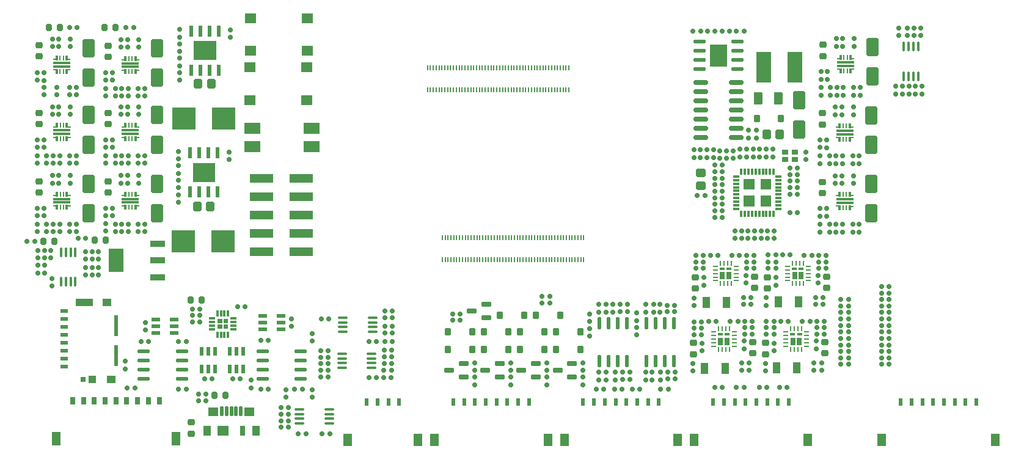
<source format=gbr>
G04*
G04 #@! TF.GenerationSoftware,Altium Limited,Altium Designer,24.9.1 (31)*
G04*
G04 Layer_Color=8421504*
%FSLAX44Y44*%
%MOMM*%
G71*
G04*
G04 #@! TF.SameCoordinates,11843470-2C0B-4DC8-9AB9-1888B6BF92CD*
G04*
G04*
G04 #@! TF.FilePolarity,Positive*
G04*
G01*
G75*
%ADD20R,1.2954X1.8542*%
%ADD21R,0.6604X1.0414*%
G04:AMPARAMS|DCode=22|XSize=0.9mm|YSize=0.95mm|CornerRadius=0.1mm|HoleSize=0mm|Usage=FLASHONLY|Rotation=0.000|XOffset=0mm|YOffset=0mm|HoleType=Round|Shape=RoundedRectangle|*
%AMROUNDEDRECTD22*
21,1,0.9000,0.7500,0,0,0.0*
21,1,0.7000,0.9500,0,0,0.0*
1,1,0.2000,0.3500,-0.3750*
1,1,0.2000,-0.3500,-0.3750*
1,1,0.2000,-0.3500,0.3750*
1,1,0.2000,0.3500,0.3750*
%
%ADD22ROUNDEDRECTD22*%
G04:AMPARAMS|DCode=23|XSize=0.2mm|YSize=0.7mm|CornerRadius=0.05mm|HoleSize=0mm|Usage=FLASHONLY|Rotation=180.000|XOffset=0mm|YOffset=0mm|HoleType=Round|Shape=RoundedRectangle|*
%AMROUNDEDRECTD23*
21,1,0.2000,0.6000,0,0,180.0*
21,1,0.1000,0.7000,0,0,180.0*
1,1,0.1000,-0.0500,0.3000*
1,1,0.1000,0.0500,0.3000*
1,1,0.1000,0.0500,-0.3000*
1,1,0.1000,-0.0500,-0.3000*
%
%ADD23ROUNDEDRECTD23*%
%ADD24R,0.3000X0.6500*%
%ADD25R,0.6500X0.2500*%
%ADD26R,0.2500X0.6500*%
%ADD27R,2.4000X0.3000*%
G04:AMPARAMS|DCode=28|XSize=0.26mm|YSize=0.84mm|CornerRadius=0.0325mm|HoleSize=0mm|Usage=FLASHONLY|Rotation=180.000|XOffset=0mm|YOffset=0mm|HoleType=Round|Shape=RoundedRectangle|*
%AMROUNDEDRECTD28*
21,1,0.2600,0.7750,0,0,180.0*
21,1,0.1950,0.8400,0,0,180.0*
1,1,0.0650,-0.0975,0.3875*
1,1,0.0650,0.0975,0.3875*
1,1,0.0650,0.0975,-0.3875*
1,1,0.0650,-0.0975,-0.3875*
%
%ADD28ROUNDEDRECTD28*%
G04:AMPARAMS|DCode=29|XSize=0.84mm|YSize=0.26mm|CornerRadius=0.0325mm|HoleSize=0mm|Usage=FLASHONLY|Rotation=180.000|XOffset=0mm|YOffset=0mm|HoleType=Round|Shape=RoundedRectangle|*
%AMROUNDEDRECTD29*
21,1,0.8400,0.1950,0,0,180.0*
21,1,0.7750,0.2600,0,0,180.0*
1,1,0.0650,-0.3875,0.0975*
1,1,0.0650,0.3875,0.0975*
1,1,0.0650,0.3875,-0.0975*
1,1,0.0650,-0.3875,-0.0975*
%
%ADD29ROUNDEDRECTD29*%
G04:AMPARAMS|DCode=30|XSize=0.95mm|YSize=0.85mm|CornerRadius=0.2125mm|HoleSize=0mm|Usage=FLASHONLY|Rotation=180.000|XOffset=0mm|YOffset=0mm|HoleType=Round|Shape=RoundedRectangle|*
%AMROUNDEDRECTD30*
21,1,0.9500,0.4250,0,0,180.0*
21,1,0.5250,0.8500,0,0,180.0*
1,1,0.4250,-0.2625,0.2125*
1,1,0.4250,0.2625,0.2125*
1,1,0.4250,0.2625,-0.2125*
1,1,0.4250,-0.2625,-0.2125*
%
%ADD30ROUNDEDRECTD30*%
G04:AMPARAMS|DCode=31|XSize=1.65mm|YSize=2.55mm|CornerRadius=0.25mm|HoleSize=0mm|Usage=FLASHONLY|Rotation=180.000|XOffset=0mm|YOffset=0mm|HoleType=Round|Shape=RoundedRectangle|*
%AMROUNDEDRECTD31*
21,1,1.6500,2.0500,0,0,180.0*
21,1,1.1500,2.5500,0,0,180.0*
1,1,0.5000,-0.5750,1.0250*
1,1,0.5000,0.5750,1.0250*
1,1,0.5000,0.5750,-1.0250*
1,1,0.5000,-0.5750,-1.0250*
%
%ADD31ROUNDEDRECTD31*%
G04:AMPARAMS|DCode=32|XSize=0.95mm|YSize=0.85mm|CornerRadius=0.2125mm|HoleSize=0mm|Usage=FLASHONLY|Rotation=270.000|XOffset=0mm|YOffset=0mm|HoleType=Round|Shape=RoundedRectangle|*
%AMROUNDEDRECTD32*
21,1,0.9500,0.4250,0,0,270.0*
21,1,0.5250,0.8500,0,0,270.0*
1,1,0.4250,-0.2125,-0.2625*
1,1,0.4250,-0.2125,0.2625*
1,1,0.4250,0.2125,0.2625*
1,1,0.4250,0.2125,-0.2625*
%
%ADD32ROUNDEDRECTD32*%
%ADD33R,2.1600X1.5200*%
G04:AMPARAMS|DCode=34|XSize=1.6mm|YSize=1.4mm|CornerRadius=0.007mm|HoleSize=0mm|Usage=FLASHONLY|Rotation=0.000|XOffset=0mm|YOffset=0mm|HoleType=Round|Shape=RoundedRectangle|*
%AMROUNDEDRECTD34*
21,1,1.6000,1.3860,0,0,0.0*
21,1,1.5860,1.4000,0,0,0.0*
1,1,0.0140,0.7930,-0.6930*
1,1,0.0140,-0.7930,-0.6930*
1,1,0.0140,-0.7930,0.6930*
1,1,0.0140,0.7930,0.6930*
%
%ADD34ROUNDEDRECTD34*%
%ADD35R,0.6000X1.5500*%
G04:AMPARAMS|DCode=36|XSize=1.2mm|YSize=1.3mm|CornerRadius=0.25mm|HoleSize=0mm|Usage=FLASHONLY|Rotation=180.000|XOffset=0mm|YOffset=0mm|HoleType=Round|Shape=RoundedRectangle|*
%AMROUNDEDRECTD36*
21,1,1.2000,0.8000,0,0,180.0*
21,1,0.7000,1.3000,0,0,180.0*
1,1,0.5000,-0.3500,0.4000*
1,1,0.5000,0.3500,0.4000*
1,1,0.5000,0.3500,-0.4000*
1,1,0.5000,-0.3500,-0.4000*
%
%ADD36ROUNDEDRECTD36*%
%ADD37R,3.3000X3.1500*%
%ADD38O,0.3500X1.4000*%
%ADD39R,2.1500X0.9500*%
%ADD40R,2.1500X3.2500*%
%ADD41R,0.5588X2.9210*%
%ADD42R,0.9906X0.5080*%
%ADD43R,0.7874X0.7112*%
%ADD44R,1.0922X1.0414*%
%ADD45R,1.1938X1.0414*%
%ADD46R,2.3876X1.0414*%
G04:AMPARAMS|DCode=47|XSize=1.64mm|YSize=0.59mm|CornerRadius=0.1475mm|HoleSize=0mm|Usage=FLASHONLY|Rotation=180.000|XOffset=0mm|YOffset=0mm|HoleType=Round|Shape=RoundedRectangle|*
%AMROUNDEDRECTD47*
21,1,1.6400,0.2950,0,0,180.0*
21,1,1.3450,0.5900,0,0,180.0*
1,1,0.2950,-0.6725,0.1475*
1,1,0.2950,0.6725,0.1475*
1,1,0.2950,0.6725,-0.1475*
1,1,0.2950,-0.6725,-0.1475*
%
%ADD47ROUNDEDRECTD47*%
G04:AMPARAMS|DCode=48|XSize=1.21mm|YSize=0.59mm|CornerRadius=0.0738mm|HoleSize=0mm|Usage=FLASHONLY|Rotation=180.000|XOffset=0mm|YOffset=0mm|HoleType=Round|Shape=RoundedRectangle|*
%AMROUNDEDRECTD48*
21,1,1.2100,0.4425,0,0,180.0*
21,1,1.0625,0.5900,0,0,180.0*
1,1,0.1475,-0.5313,0.2213*
1,1,0.1475,0.5313,0.2213*
1,1,0.1475,0.5313,-0.2213*
1,1,0.1475,-0.5313,-0.2213*
%
%ADD48ROUNDEDRECTD48*%
G04:AMPARAMS|DCode=49|XSize=0.83mm|YSize=0.26mm|CornerRadius=0.0091mm|HoleSize=0mm|Usage=FLASHONLY|Rotation=270.000|XOffset=0mm|YOffset=0mm|HoleType=Round|Shape=RoundedRectangle|*
%AMROUNDEDRECTD49*
21,1,0.8300,0.2418,0,0,270.0*
21,1,0.8118,0.2600,0,0,270.0*
1,1,0.0182,-0.1209,-0.4059*
1,1,0.0182,-0.1209,0.4059*
1,1,0.0182,0.1209,0.4059*
1,1,0.0182,0.1209,-0.4059*
%
%ADD49ROUNDEDRECTD49*%
G04:AMPARAMS|DCode=50|XSize=0.26mm|YSize=0.83mm|CornerRadius=0.0091mm|HoleSize=0mm|Usage=FLASHONLY|Rotation=270.000|XOffset=0mm|YOffset=0mm|HoleType=Round|Shape=RoundedRectangle|*
%AMROUNDEDRECTD50*
21,1,0.2600,0.8118,0,0,270.0*
21,1,0.2418,0.8300,0,0,270.0*
1,1,0.0182,-0.4059,-0.1209*
1,1,0.0182,-0.4059,0.1209*
1,1,0.0182,0.4059,0.1209*
1,1,0.0182,0.4059,-0.1209*
%
%ADD50ROUNDEDRECTD50*%
G04:AMPARAMS|DCode=51|XSize=1.21mm|YSize=0.59mm|CornerRadius=0.0738mm|HoleSize=0mm|Usage=FLASHONLY|Rotation=270.000|XOffset=0mm|YOffset=0mm|HoleType=Round|Shape=RoundedRectangle|*
%AMROUNDEDRECTD51*
21,1,1.2100,0.4425,0,0,270.0*
21,1,1.0625,0.5900,0,0,270.0*
1,1,0.1475,-0.2213,-0.5313*
1,1,0.1475,-0.2213,0.5313*
1,1,0.1475,0.2213,0.5313*
1,1,0.1475,0.2213,-0.5313*
%
%ADD51ROUNDEDRECTD51*%
G04:AMPARAMS|DCode=52|XSize=0.4572mm|YSize=1.3716mm|CornerRadius=0.1143mm|HoleSize=0mm|Usage=FLASHONLY|Rotation=0.000|XOffset=0mm|YOffset=0mm|HoleType=Round|Shape=RoundedRectangle|*
%AMROUNDEDRECTD52*
21,1,0.4572,1.1430,0,0,0.0*
21,1,0.2286,1.3716,0,0,0.0*
1,1,0.2286,0.1143,-0.5715*
1,1,0.2286,-0.1143,-0.5715*
1,1,0.2286,-0.1143,0.5715*
1,1,0.2286,0.1143,0.5715*
%
%ADD52ROUNDEDRECTD52*%
%ADD53R,1.1000X1.4000*%
%ADD54R,1.3494X1.2224*%
%ADD55R,1.6000X1.4000*%
%ADD56R,0.8000X1.4000*%
%ADD57O,1.4000X0.3500*%
G04:AMPARAMS|DCode=58|XSize=1.32mm|YSize=0.6mm|CornerRadius=0.075mm|HoleSize=0mm|Usage=FLASHONLY|Rotation=180.000|XOffset=0mm|YOffset=0mm|HoleType=Round|Shape=RoundedRectangle|*
%AMROUNDEDRECTD58*
21,1,1.3200,0.4500,0,0,180.0*
21,1,1.1700,0.6000,0,0,180.0*
1,1,0.1500,-0.5850,0.2250*
1,1,0.1500,0.5850,0.2250*
1,1,0.1500,0.5850,-0.2250*
1,1,0.1500,-0.5850,-0.2250*
%
%ADD58ROUNDEDRECTD58*%
G04:AMPARAMS|DCode=59|XSize=1.64mm|YSize=0.59mm|CornerRadius=0.1475mm|HoleSize=0mm|Usage=FLASHONLY|Rotation=90.000|XOffset=0mm|YOffset=0mm|HoleType=Round|Shape=RoundedRectangle|*
%AMROUNDEDRECTD59*
21,1,1.6400,0.2950,0,0,90.0*
21,1,1.3450,0.5900,0,0,90.0*
1,1,0.2950,0.1475,0.6725*
1,1,0.2950,0.1475,-0.6725*
1,1,0.2950,-0.1475,-0.6725*
1,1,0.2950,-0.1475,0.6725*
%
%ADD59ROUNDEDRECTD59*%
G04:AMPARAMS|DCode=60|XSize=0.65mm|YSize=0.6mm|CornerRadius=0.15mm|HoleSize=0mm|Usage=FLASHONLY|Rotation=90.000|XOffset=0mm|YOffset=0mm|HoleType=Round|Shape=RoundedRectangle|*
%AMROUNDEDRECTD60*
21,1,0.6500,0.3000,0,0,90.0*
21,1,0.3500,0.6000,0,0,90.0*
1,1,0.3000,0.1500,0.1750*
1,1,0.3000,0.1500,-0.1750*
1,1,0.3000,-0.1500,-0.1750*
1,1,0.3000,-0.1500,0.1750*
%
%ADD60ROUNDEDRECTD60*%
%ADD61R,0.6000X1.0000*%
%ADD62R,1.2500X1.8000*%
%ADD63R,0.6500X0.2286*%
%ADD64R,0.7000X1.0000*%
%ADD65R,0.6500X0.3000*%
G04:AMPARAMS|DCode=66|XSize=0.65mm|YSize=0.6mm|CornerRadius=0.15mm|HoleSize=0mm|Usage=FLASHONLY|Rotation=180.000|XOffset=0mm|YOffset=0mm|HoleType=Round|Shape=RoundedRectangle|*
%AMROUNDEDRECTD66*
21,1,0.6500,0.3000,0,0,180.0*
21,1,0.3500,0.6000,0,0,180.0*
1,1,0.3000,-0.1750,0.1500*
1,1,0.3000,0.1750,0.1500*
1,1,0.3000,0.1750,-0.1500*
1,1,0.3000,-0.1750,-0.1500*
%
%ADD66ROUNDEDRECTD66*%
%ADD67R,1.0000X1.5000*%
G04:AMPARAMS|DCode=68|XSize=1.2mm|YSize=1.3mm|CornerRadius=0.25mm|HoleSize=0mm|Usage=FLASHONLY|Rotation=270.000|XOffset=0mm|YOffset=0mm|HoleType=Round|Shape=RoundedRectangle|*
%AMROUNDEDRECTD68*
21,1,1.2000,0.8000,0,0,270.0*
21,1,0.7000,1.3000,0,0,270.0*
1,1,0.5000,-0.4000,-0.3500*
1,1,0.5000,-0.4000,0.3500*
1,1,0.5000,0.4000,0.3500*
1,1,0.5000,0.4000,-0.3500*
%
%ADD68ROUNDEDRECTD68*%
G04:AMPARAMS|DCode=69|XSize=1.97mm|YSize=0.6mm|CornerRadius=0.15mm|HoleSize=0mm|Usage=FLASHONLY|Rotation=180.000|XOffset=0mm|YOffset=0mm|HoleType=Round|Shape=RoundedRectangle|*
%AMROUNDEDRECTD69*
21,1,1.9700,0.3000,0,0,180.0*
21,1,1.6700,0.6000,0,0,180.0*
1,1,0.3000,-0.8350,0.1500*
1,1,0.3000,0.8350,0.1500*
1,1,0.3000,0.8350,-0.1500*
1,1,0.3000,-0.8350,-0.1500*
%
%ADD69ROUNDEDRECTD69*%
%ADD70R,2.3990X3.0848*%
G04:AMPARAMS|DCode=71|XSize=1.75mm|YSize=1.25mm|CornerRadius=0.25mm|HoleSize=0mm|Usage=FLASHONLY|Rotation=90.000|XOffset=0mm|YOffset=0mm|HoleType=Round|Shape=RoundedRectangle|*
%AMROUNDEDRECTD71*
21,1,1.7500,0.7500,0,0,90.0*
21,1,1.2500,1.2500,0,0,90.0*
1,1,0.5000,0.3750,0.6250*
1,1,0.5000,0.3750,-0.6250*
1,1,0.5000,-0.3750,-0.6250*
1,1,0.5000,-0.3750,0.6250*
%
%ADD71ROUNDEDRECTD71*%
%ADD72R,0.8500X0.7500*%
%ADD73R,2.0000X4.2000*%
%ADD74R,3.1750X1.2700*%
G36*
X319000Y543000D02*
X288000D01*
Y569000D01*
X319000D01*
Y543000D01*
D02*
G37*
G36*
X317500Y374000D02*
X286500D01*
Y400000D01*
X317500D01*
Y374000D01*
D02*
G37*
G36*
X1087850Y363250D02*
X1073250D01*
Y377850D01*
X1087850D01*
Y363250D01*
D02*
G37*
G36*
X1064750D02*
X1050150D01*
Y377850D01*
X1064750D01*
Y363250D01*
D02*
G37*
G36*
X1087850Y340150D02*
X1073250D01*
Y354750D01*
X1087850D01*
Y340150D01*
D02*
G37*
G36*
X1064750D02*
X1050150D01*
Y354750D01*
X1064750D01*
Y340150D01*
D02*
G37*
G36*
X334850Y177850D02*
X328851D01*
Y183855D01*
X334850D01*
Y177850D01*
D02*
G37*
G36*
X327150D02*
X321150D01*
Y183850D01*
X327150D01*
Y177850D01*
D02*
G37*
G36*
X334850Y170150D02*
X328851D01*
Y176149D01*
X334850D01*
Y170150D01*
D02*
G37*
G36*
X327150D02*
X321141D01*
Y176149D01*
X327150D01*
Y170150D01*
D02*
G37*
D20*
X96950Y18520D02*
D03*
X263050D02*
D03*
D21*
X240000Y70420D02*
D03*
X225000D02*
D03*
X210000D02*
D03*
X195000D02*
D03*
X180000D02*
D03*
X165000D02*
D03*
X150000D02*
D03*
X135000D02*
D03*
X120000D02*
D03*
D22*
X640200Y166000D02*
D03*
X673810Y165968D02*
D03*
X762190Y189032D02*
D03*
X795800Y189000D02*
D03*
X745810Y188968D02*
D03*
X712200Y189000D02*
D03*
X790200Y142000D02*
D03*
X823811Y141968D02*
D03*
X790200Y166000D02*
D03*
X823810Y165968D02*
D03*
X740200Y166000D02*
D03*
X773810Y165968D02*
D03*
X740200Y142000D02*
D03*
X773811Y141968D02*
D03*
X690200Y142000D02*
D03*
X723811Y141968D02*
D03*
X690200Y166000D02*
D03*
X723811Y165968D02*
D03*
X640200Y142000D02*
D03*
X673811Y141968D02*
D03*
X1068200Y462000D02*
D03*
X1101811Y461968D02*
D03*
D23*
X787790Y501400D02*
D03*
X707790D02*
D03*
X703790D02*
D03*
X695790D02*
D03*
X691790D02*
D03*
X683790D02*
D03*
X679790D02*
D03*
X663790Y532200D02*
D03*
X659790D02*
D03*
X711790D02*
D03*
X783790Y501400D02*
D03*
X611790D02*
D03*
X615790D02*
D03*
X619790D02*
D03*
X623790D02*
D03*
X643790D02*
D03*
X647790D02*
D03*
X655790D02*
D03*
X659790D02*
D03*
X631790D02*
D03*
X635790D02*
D03*
X759790D02*
D03*
X719790D02*
D03*
X723790D02*
D03*
X743790Y532200D02*
D03*
X747790D02*
D03*
X735790D02*
D03*
X739790D02*
D03*
X731790D02*
D03*
X727790D02*
D03*
X715790D02*
D03*
X719790D02*
D03*
X703790D02*
D03*
X699790D02*
D03*
X695790D02*
D03*
X691790D02*
D03*
X747790Y501400D02*
D03*
X743790D02*
D03*
X731790D02*
D03*
X727790D02*
D03*
X635790Y532200D02*
D03*
X631790D02*
D03*
X623790D02*
D03*
X619790D02*
D03*
X643790D02*
D03*
X639790D02*
D03*
X615790D02*
D03*
X611790D02*
D03*
X655790D02*
D03*
X651790D02*
D03*
X683790D02*
D03*
X679790D02*
D03*
X675790D02*
D03*
X671790D02*
D03*
Y501400D02*
D03*
X667790D02*
D03*
X799790Y532200D02*
D03*
X795790D02*
D03*
X791790D02*
D03*
X787790D02*
D03*
X775790Y501400D02*
D03*
X779790Y532200D02*
D03*
X767790D02*
D03*
X771790D02*
D03*
X763790Y501400D02*
D03*
X767790D02*
D03*
X755790D02*
D03*
Y532200D02*
D03*
X759790D02*
D03*
X779790Y501400D02*
D03*
X775790Y532200D02*
D03*
X763790D02*
D03*
X723790D02*
D03*
X627790D02*
D03*
X647790D02*
D03*
X667790D02*
D03*
X783790D02*
D03*
X751790D02*
D03*
X687790D02*
D03*
X791790Y501400D02*
D03*
X803790D02*
D03*
X795790D02*
D03*
X807790Y532200D02*
D03*
X803790D02*
D03*
X807790Y501400D02*
D03*
X799790D02*
D03*
X735790D02*
D03*
X739790D02*
D03*
X687790D02*
D03*
X699790D02*
D03*
X715790D02*
D03*
X675790D02*
D03*
X627790D02*
D03*
X639790D02*
D03*
X651790D02*
D03*
X663790D02*
D03*
X771790D02*
D03*
X751790D02*
D03*
X711790D02*
D03*
X707790Y532200D02*
D03*
X728250Y296900D02*
D03*
X732250Y266100D02*
D03*
X772250D02*
D03*
X792250D02*
D03*
X684250D02*
D03*
X672250D02*
D03*
X660250D02*
D03*
X648250D02*
D03*
X696250D02*
D03*
X736250D02*
D03*
X720250D02*
D03*
X708250D02*
D03*
X760250D02*
D03*
X756250D02*
D03*
X820250D02*
D03*
X828250D02*
D03*
X824250Y296900D02*
D03*
X828250D02*
D03*
X816250Y266100D02*
D03*
X824250D02*
D03*
X812250D02*
D03*
X708250Y296900D02*
D03*
X772250D02*
D03*
X804250D02*
D03*
X688250D02*
D03*
X668250D02*
D03*
X648250D02*
D03*
X744250D02*
D03*
X784250D02*
D03*
X796250D02*
D03*
X800250Y266100D02*
D03*
X780250Y296900D02*
D03*
X776250D02*
D03*
Y266100D02*
D03*
X788250D02*
D03*
X784250D02*
D03*
X792250Y296900D02*
D03*
X788250D02*
D03*
X800250D02*
D03*
X796250Y266100D02*
D03*
X808250Y296900D02*
D03*
X812250D02*
D03*
X816250D02*
D03*
X820250D02*
D03*
X688250Y266100D02*
D03*
X692250D02*
D03*
Y296900D02*
D03*
X696250D02*
D03*
X700250D02*
D03*
X704250D02*
D03*
X672250D02*
D03*
X676250D02*
D03*
X632250D02*
D03*
X636250D02*
D03*
X660250D02*
D03*
X664250D02*
D03*
X640250D02*
D03*
X644250D02*
D03*
X652250D02*
D03*
X656250D02*
D03*
X748250Y266100D02*
D03*
X752250D02*
D03*
X764250D02*
D03*
X768250D02*
D03*
X712250Y296900D02*
D03*
X716250D02*
D03*
X720250D02*
D03*
X724250D02*
D03*
X740250D02*
D03*
X736250D02*
D03*
X748250D02*
D03*
X752250D02*
D03*
X760250D02*
D03*
X756250D02*
D03*
X768250D02*
D03*
X764250D02*
D03*
X744250Y266100D02*
D03*
X740250D02*
D03*
X780250D02*
D03*
X656250D02*
D03*
X652250D02*
D03*
X680250D02*
D03*
X676250D02*
D03*
X668250D02*
D03*
X664250D02*
D03*
X644250D02*
D03*
X640250D02*
D03*
X636250D02*
D03*
X632250D02*
D03*
X804250D02*
D03*
X732250Y296900D02*
D03*
X680250D02*
D03*
X684250D02*
D03*
X700250Y266100D02*
D03*
X704250D02*
D03*
X712250D02*
D03*
X716250D02*
D03*
X724250D02*
D03*
X728250D02*
D03*
X808250D02*
D03*
D24*
X1184250Y528029D02*
D03*
X1198250Y528000D02*
D03*
Y546499D02*
D03*
X1184250D02*
D03*
X193080Y526618D02*
D03*
X207080Y526589D02*
D03*
Y545088D02*
D03*
X193080D02*
D03*
X207080Y338588D02*
D03*
Y357088D02*
D03*
X193080D02*
D03*
Y338617D02*
D03*
X112080Y338588D02*
D03*
X98080Y338617D02*
D03*
X112080Y357088D02*
D03*
X98080D02*
D03*
X207080Y433588D02*
D03*
X193080Y433617D02*
D03*
X207080Y452088D02*
D03*
X193080D02*
D03*
X98080Y433617D02*
D03*
X112080Y433588D02*
D03*
Y452088D02*
D03*
X98080D02*
D03*
X112010Y527241D02*
D03*
Y545741D02*
D03*
X98011D02*
D03*
Y527270D02*
D03*
X1183000Y433270D02*
D03*
X1197000Y451741D02*
D03*
Y433241D02*
D03*
X1183000Y451741D02*
D03*
X1183011Y338270D02*
D03*
X1197011Y356740D02*
D03*
Y338241D02*
D03*
X1183011Y356740D02*
D03*
D25*
X1182500Y530029D02*
D03*
X1200000Y530000D02*
D03*
Y544500D02*
D03*
X1182500Y544499D02*
D03*
X191330Y528618D02*
D03*
X208830Y528588D02*
D03*
Y543088D02*
D03*
X191330D02*
D03*
X208830Y340588D02*
D03*
Y355088D02*
D03*
X191330D02*
D03*
Y340617D02*
D03*
X113830Y340588D02*
D03*
X96330Y340617D02*
D03*
X113830Y355088D02*
D03*
X96330D02*
D03*
X208830Y435588D02*
D03*
X191330Y435617D02*
D03*
X208830Y450088D02*
D03*
X191330D02*
D03*
X96330Y435617D02*
D03*
X113830Y435588D02*
D03*
Y450088D02*
D03*
X96330D02*
D03*
X113761Y529241D02*
D03*
Y543741D02*
D03*
X96260Y543740D02*
D03*
Y529270D02*
D03*
X1008250Y166000D02*
D03*
Y161000D02*
D03*
Y156000D02*
D03*
Y151000D02*
D03*
Y146000D02*
D03*
X1036750D02*
D03*
Y151000D02*
D03*
Y161000D02*
D03*
Y166000D02*
D03*
X1108250D02*
D03*
Y161000D02*
D03*
Y156000D02*
D03*
Y151000D02*
D03*
Y146000D02*
D03*
X1136750D02*
D03*
Y151000D02*
D03*
Y161000D02*
D03*
Y166000D02*
D03*
X1039251Y257000D02*
D03*
Y252000D02*
D03*
Y242000D02*
D03*
Y237000D02*
D03*
X1010751D02*
D03*
Y242000D02*
D03*
Y247000D02*
D03*
Y252000D02*
D03*
Y257000D02*
D03*
X1139251D02*
D03*
Y252000D02*
D03*
Y242000D02*
D03*
Y237000D02*
D03*
X1110751D02*
D03*
Y242000D02*
D03*
Y247000D02*
D03*
Y252000D02*
D03*
Y257000D02*
D03*
X1181250Y435271D02*
D03*
Y449741D02*
D03*
X1198750Y449741D02*
D03*
Y435241D02*
D03*
X1181261Y340270D02*
D03*
Y354740D02*
D03*
X1198761Y354740D02*
D03*
Y340241D02*
D03*
D26*
X1193498Y528000D02*
D03*
X1189007Y528030D02*
D03*
Y546499D02*
D03*
X1193498D02*
D03*
X197836Y545088D02*
D03*
X202328Y526589D02*
D03*
X197836Y526618D02*
D03*
X202328Y545088D02*
D03*
Y338588D02*
D03*
X197836Y338618D02*
D03*
Y357088D02*
D03*
X202328D02*
D03*
X102837Y338618D02*
D03*
Y357088D02*
D03*
X107328Y338588D02*
D03*
Y357088D02*
D03*
X202328Y433588D02*
D03*
X197836Y433618D02*
D03*
Y452088D02*
D03*
X202328D02*
D03*
X107328Y433588D02*
D03*
X102837Y433618D02*
D03*
Y452088D02*
D03*
X107328D02*
D03*
X102767Y527270D02*
D03*
Y545741D02*
D03*
X107259Y527241D02*
D03*
Y545741D02*
D03*
X1015000Y141900D02*
D03*
X1020000D02*
D03*
X1025000D02*
D03*
X1015000Y170100D02*
D03*
X1020000D02*
D03*
X1025000D02*
D03*
X1030000D02*
D03*
Y141900D02*
D03*
X1115000D02*
D03*
X1120000D02*
D03*
X1125000D02*
D03*
X1115000Y170100D02*
D03*
X1120000D02*
D03*
X1125000D02*
D03*
X1130000D02*
D03*
Y141900D02*
D03*
X1032501Y232900D02*
D03*
Y261100D02*
D03*
X1027501D02*
D03*
X1022501D02*
D03*
X1017501D02*
D03*
X1027501Y232900D02*
D03*
X1022501D02*
D03*
X1017501D02*
D03*
X1132501D02*
D03*
Y261100D02*
D03*
X1127501D02*
D03*
X1122501D02*
D03*
X1117501D02*
D03*
X1127501Y232900D02*
D03*
X1122501D02*
D03*
X1117501D02*
D03*
X1187757Y433271D02*
D03*
X1192248Y433241D02*
D03*
X1187757Y451741D02*
D03*
X1192248D02*
D03*
X1187767Y338270D02*
D03*
X1192259Y338241D02*
D03*
X1187767Y356740D02*
D03*
X1192259D02*
D03*
D27*
X1191239Y539759D02*
D03*
X1191250Y534759D02*
D03*
X200069Y538347D02*
D03*
X200080Y533347D02*
D03*
X200069Y350348D02*
D03*
X200080Y345347D02*
D03*
X105069Y350348D02*
D03*
X105080Y345347D02*
D03*
X200069Y445347D02*
D03*
X200080Y440347D02*
D03*
X105069Y445347D02*
D03*
X105080Y440347D02*
D03*
X105000Y539000D02*
D03*
X105011Y534000D02*
D03*
X1189989Y445000D02*
D03*
X1190000Y440000D02*
D03*
Y350000D02*
D03*
X1190011Y345000D02*
D03*
D28*
X1091500Y388450D02*
D03*
X1086500D02*
D03*
X1081500D02*
D03*
X1076500D02*
D03*
X1071500D02*
D03*
X1066500D02*
D03*
X1061500D02*
D03*
X1056500D02*
D03*
X1051500D02*
D03*
X1046500D02*
D03*
Y329550D02*
D03*
X1051500D02*
D03*
X1056500D02*
D03*
X1061500D02*
D03*
X1066500D02*
D03*
X1071500D02*
D03*
X1076500D02*
D03*
X1081500D02*
D03*
X1086500D02*
D03*
X1091500D02*
D03*
D29*
X1098450Y336500D02*
D03*
Y341500D02*
D03*
Y346500D02*
D03*
Y351500D02*
D03*
Y356500D02*
D03*
Y361500D02*
D03*
Y366500D02*
D03*
Y371500D02*
D03*
Y376500D02*
D03*
Y381500D02*
D03*
X1039550D02*
D03*
Y376500D02*
D03*
Y371500D02*
D03*
Y366500D02*
D03*
Y361500D02*
D03*
Y356500D02*
D03*
Y351500D02*
D03*
Y346500D02*
D03*
Y341500D02*
D03*
Y336500D02*
D03*
D30*
X168931Y374402D02*
D03*
Y358903D02*
D03*
X73931Y374402D02*
D03*
Y358903D02*
D03*
X168931Y562402D02*
D03*
Y546902D02*
D03*
Y469403D02*
D03*
Y453903D02*
D03*
X73931Y563403D02*
D03*
Y547903D02*
D03*
Y469403D02*
D03*
Y453903D02*
D03*
X284000Y40750D02*
D03*
Y25250D02*
D03*
X980499Y150750D02*
D03*
Y135250D02*
D03*
X1062499Y151750D02*
D03*
Y136250D02*
D03*
X1080499Y150750D02*
D03*
Y135250D02*
D03*
X1162499Y151750D02*
D03*
Y136250D02*
D03*
X1065000Y242750D02*
D03*
Y227250D02*
D03*
X983000Y241750D02*
D03*
Y226250D02*
D03*
X1165000Y242750D02*
D03*
Y227250D02*
D03*
X1160101Y563814D02*
D03*
Y548314D02*
D03*
X1158851Y453556D02*
D03*
Y469056D02*
D03*
X1158862Y358555D02*
D03*
Y374055D02*
D03*
X1083000Y241750D02*
D03*
Y226250D02*
D03*
D31*
X142000Y559500D02*
D03*
Y518500D02*
D03*
Y371500D02*
D03*
Y330500D02*
D03*
Y425500D02*
D03*
Y466500D02*
D03*
X237000Y559500D02*
D03*
Y518500D02*
D03*
Y466500D02*
D03*
Y425500D02*
D03*
Y371500D02*
D03*
Y330500D02*
D03*
X1127000Y446500D02*
D03*
Y487500D02*
D03*
X1226931Y330153D02*
D03*
Y371153D02*
D03*
X1226920Y466153D02*
D03*
Y425153D02*
D03*
X1228170Y519912D02*
D03*
Y560912D02*
D03*
D32*
X87250Y588000D02*
D03*
X102750D02*
D03*
X179750Y588000D02*
D03*
X164250D02*
D03*
X150250Y293000D02*
D03*
X165750D02*
D03*
X79250Y292000D02*
D03*
X94750D02*
D03*
X316250Y78000D02*
D03*
X331750D02*
D03*
X298750Y210000D02*
D03*
X283250D02*
D03*
D33*
X451300Y447950D02*
D03*
Y422550D02*
D03*
X368700D02*
D03*
Y447950D02*
D03*
D34*
X365500Y532500D02*
D03*
X444500Y487500D02*
D03*
X365500D02*
D03*
X444500Y532500D02*
D03*
X445500Y600750D02*
D03*
X366500Y555750D02*
D03*
X445500D02*
D03*
X366500Y600750D02*
D03*
D35*
X322550Y529000D02*
D03*
X309850D02*
D03*
X297150D02*
D03*
X284450D02*
D03*
Y583000D02*
D03*
X297150D02*
D03*
X309850D02*
D03*
X322550D02*
D03*
X321050Y414000D02*
D03*
X308350D02*
D03*
X295650D02*
D03*
X282950D02*
D03*
Y360000D02*
D03*
X295650D02*
D03*
X308350D02*
D03*
X321050D02*
D03*
D36*
X312000Y509998D02*
D03*
X294000D02*
D03*
X310500Y339998D02*
D03*
X292500D02*
D03*
X1100000Y439998D02*
D03*
X1082000D02*
D03*
D37*
X329500Y462000D02*
D03*
X274500D02*
D03*
X273000Y292000D02*
D03*
X328000D02*
D03*
D38*
X123750Y276500D02*
D03*
X110750D02*
D03*
X117250D02*
D03*
X110750Y235500D02*
D03*
X117250D02*
D03*
X104250D02*
D03*
Y276500D02*
D03*
X123750Y235500D02*
D03*
X1291500Y561500D02*
D03*
X1285000D02*
D03*
X1278500D02*
D03*
X1285000Y520500D02*
D03*
X1278500D02*
D03*
X1272000Y561500D02*
D03*
Y520500D02*
D03*
X1291500D02*
D03*
D39*
X238000Y288000D02*
D03*
Y265000D02*
D03*
Y242000D02*
D03*
D40*
X180000Y265000D02*
D03*
D41*
X180373Y133050D02*
D03*
Y174950D02*
D03*
D42*
X108023Y151000D02*
D03*
Y118000D02*
D03*
Y129000D02*
D03*
Y140000D02*
D03*
Y162000D02*
D03*
Y184000D02*
D03*
Y195000D02*
D03*
Y173000D02*
D03*
D43*
X134823Y100400D02*
D03*
D44*
X147523Y100250D02*
D03*
D45*
X173623D02*
D03*
X167923Y206750D02*
D03*
D46*
X136073Y206750D02*
D03*
D47*
X218650Y100950D02*
D03*
Y139050D02*
D03*
Y113650D02*
D03*
X271350Y100950D02*
D03*
Y139050D02*
D03*
Y113650D02*
D03*
Y126350D02*
D03*
X218650D02*
D03*
X383650Y100950D02*
D03*
Y139050D02*
D03*
Y113650D02*
D03*
X436350Y100950D02*
D03*
Y139050D02*
D03*
Y113650D02*
D03*
Y126350D02*
D03*
X383650D02*
D03*
X1041350Y568050D02*
D03*
X988650Y555350D02*
D03*
X1041350D02*
D03*
X988650Y568050D02*
D03*
Y529950D02*
D03*
Y542650D02*
D03*
X1041350Y529950D02*
D03*
Y542650D02*
D03*
D48*
X235450Y164500D02*
D03*
Y174000D02*
D03*
Y183500D02*
D03*
X260550D02*
D03*
Y164500D02*
D03*
Y174000D02*
D03*
X383450Y188500D02*
D03*
Y169500D02*
D03*
X408550D02*
D03*
Y179000D02*
D03*
Y188500D02*
D03*
X383450Y179000D02*
D03*
D49*
X335500Y191700D02*
D03*
X330500D02*
D03*
X325500D02*
D03*
X320500D02*
D03*
Y162300D02*
D03*
X325500D02*
D03*
X330500D02*
D03*
X335500D02*
D03*
D50*
X313300Y184500D02*
D03*
Y179500D02*
D03*
Y174500D02*
D03*
Y169500D02*
D03*
X342700D02*
D03*
Y174500D02*
D03*
Y179500D02*
D03*
Y184500D02*
D03*
D51*
X317500Y139550D02*
D03*
X298500D02*
D03*
Y114450D02*
D03*
X308000D02*
D03*
X317500D02*
D03*
X308000Y139550D02*
D03*
X356500Y114450D02*
D03*
X347000D02*
D03*
X337500D02*
D03*
Y139550D02*
D03*
X356500D02*
D03*
X347000D02*
D03*
D52*
X346500Y55802D02*
D03*
X333500D02*
D03*
X340000D02*
D03*
X327000D02*
D03*
X353000D02*
D03*
D53*
X373750Y29202D02*
D03*
X306250D02*
D03*
D54*
X315125Y54952D02*
D03*
X364875D02*
D03*
D55*
X328500Y29202D02*
D03*
D56*
X355494D02*
D03*
D57*
X475500Y39250D02*
D03*
Y45750D02*
D03*
Y52250D02*
D03*
X434500Y45750D02*
D03*
Y52250D02*
D03*
Y58750D02*
D03*
X475500D02*
D03*
X434500Y39250D02*
D03*
X534500Y122750D02*
D03*
X493500D02*
D03*
Y129250D02*
D03*
X534500Y116250D02*
D03*
Y129250D02*
D03*
Y135750D02*
D03*
X493500D02*
D03*
Y116250D02*
D03*
X494500Y172750D02*
D03*
Y179250D02*
D03*
X535500Y166250D02*
D03*
Y172750D02*
D03*
Y179250D02*
D03*
Y185750D02*
D03*
X494500D02*
D03*
Y166250D02*
D03*
D58*
X693000Y185500D02*
D03*
X673000Y195000D02*
D03*
X693000Y204500D02*
D03*
X792000Y113000D02*
D03*
X812000Y103500D02*
D03*
Y122500D02*
D03*
X742000Y113000D02*
D03*
X762000Y103500D02*
D03*
Y122500D02*
D03*
X692000Y113000D02*
D03*
X712000Y103500D02*
D03*
Y122500D02*
D03*
X642000Y113000D02*
D03*
X662000Y103500D02*
D03*
Y122500D02*
D03*
D59*
X940350Y125650D02*
D03*
X953050Y178350D02*
D03*
X914950Y125650D02*
D03*
X927650D02*
D03*
X940350Y178350D02*
D03*
X927650D02*
D03*
X914950D02*
D03*
X953050Y125650D02*
D03*
X875350Y125650D02*
D03*
X888050Y178350D02*
D03*
X849950Y125650D02*
D03*
X862650D02*
D03*
X875350Y178350D02*
D03*
X862650D02*
D03*
X849950D02*
D03*
X888050Y125650D02*
D03*
D60*
X902000Y172250D02*
D03*
Y161750D02*
D03*
X1080000Y111750D02*
D03*
Y122250D02*
D03*
X1092499Y150250D02*
D03*
Y139750D02*
D03*
X1150499Y153250D02*
D03*
Y142750D02*
D03*
X979499Y111750D02*
D03*
Y122250D02*
D03*
X992499Y150250D02*
D03*
Y139750D02*
D03*
X1050499Y153250D02*
D03*
Y142750D02*
D03*
X337000Y415500D02*
D03*
Y405000D02*
D03*
X71000Y432250D02*
D03*
Y421750D02*
D03*
X166000Y432250D02*
D03*
Y421750D02*
D03*
X267000Y365750D02*
D03*
Y376250D02*
D03*
X91931Y561403D02*
D03*
Y571903D02*
D03*
X116931Y561403D02*
D03*
Y571903D02*
D03*
X338500Y584500D02*
D03*
Y574000D02*
D03*
X268500Y534750D02*
D03*
Y545250D02*
D03*
X91931Y372402D02*
D03*
Y382903D02*
D03*
X116931Y372402D02*
D03*
Y382903D02*
D03*
X71000Y337250D02*
D03*
Y326750D02*
D03*
X186931Y372402D02*
D03*
Y382903D02*
D03*
X211931Y372402D02*
D03*
Y382903D02*
D03*
X91931Y467402D02*
D03*
Y477903D02*
D03*
X116931Y467402D02*
D03*
Y477903D02*
D03*
X186931Y467402D02*
D03*
Y477903D02*
D03*
X211931Y467402D02*
D03*
Y477903D02*
D03*
X91000Y229750D02*
D03*
Y240250D02*
D03*
X90000Y279250D02*
D03*
Y268750D02*
D03*
X423000Y184250D02*
D03*
Y173750D02*
D03*
X1056000Y306250D02*
D03*
Y295750D02*
D03*
X1038000Y306250D02*
D03*
Y295750D02*
D03*
X1047000Y306250D02*
D03*
Y295750D02*
D03*
X221000Y168750D02*
D03*
Y179250D02*
D03*
X193000Y114750D02*
D03*
Y125250D02*
D03*
X367000Y99250D02*
D03*
Y88750D02*
D03*
X1053000Y244250D02*
D03*
Y233750D02*
D03*
X995000Y241250D02*
D03*
Y230750D02*
D03*
X981501Y202750D02*
D03*
Y213250D02*
D03*
X1153000Y244250D02*
D03*
Y233750D02*
D03*
X1095000Y241250D02*
D03*
Y230750D02*
D03*
X1081501Y202850D02*
D03*
Y213350D02*
D03*
X1136000Y415250D02*
D03*
Y404750D02*
D03*
X166000Y337250D02*
D03*
Y326750D02*
D03*
X1017000Y417250D02*
D03*
Y406750D02*
D03*
X981000Y418250D02*
D03*
Y407750D02*
D03*
X79931Y514403D02*
D03*
Y524902D02*
D03*
X267000Y356250D02*
D03*
Y345750D02*
D03*
Y416250D02*
D03*
Y405750D02*
D03*
X115931Y494403D02*
D03*
Y504902D02*
D03*
X124931D02*
D03*
Y494403D02*
D03*
X79931D02*
D03*
Y504902D02*
D03*
X97931D02*
D03*
Y494403D02*
D03*
X267000Y396250D02*
D03*
Y385750D02*
D03*
X100931Y561403D02*
D03*
Y571903D02*
D03*
X268500Y514750D02*
D03*
Y525250D02*
D03*
Y585250D02*
D03*
Y574750D02*
D03*
X93000Y304750D02*
D03*
Y315250D02*
D03*
X116000Y304750D02*
D03*
Y315250D02*
D03*
X125000D02*
D03*
Y304750D02*
D03*
X80000Y326750D02*
D03*
Y337250D02*
D03*
X268500Y565250D02*
D03*
Y554750D02*
D03*
X71000Y304750D02*
D03*
Y315250D02*
D03*
X100931Y372402D02*
D03*
Y382903D02*
D03*
X175000Y326750D02*
D03*
Y337250D02*
D03*
X211000Y304750D02*
D03*
Y315250D02*
D03*
X220000Y304750D02*
D03*
Y315250D02*
D03*
X80000Y421750D02*
D03*
Y432250D02*
D03*
X84000Y304750D02*
D03*
Y315250D02*
D03*
X116000Y410250D02*
D03*
Y399750D02*
D03*
X125000Y410250D02*
D03*
Y399750D02*
D03*
X166000Y305750D02*
D03*
Y316250D02*
D03*
X188000Y304750D02*
D03*
Y315250D02*
D03*
X71000Y399750D02*
D03*
Y410250D02*
D03*
X195931Y372402D02*
D03*
Y382903D02*
D03*
X100931Y467402D02*
D03*
Y477903D02*
D03*
X197000Y503250D02*
D03*
Y492750D02*
D03*
X188000Y399750D02*
D03*
Y410250D02*
D03*
X175000Y421750D02*
D03*
Y432250D02*
D03*
X179000Y399750D02*
D03*
Y410250D02*
D03*
X197000D02*
D03*
Y399750D02*
D03*
X166000D02*
D03*
Y410250D02*
D03*
X195931Y467402D02*
D03*
Y477903D02*
D03*
X147000Y266750D02*
D03*
Y277250D02*
D03*
X138000Y266750D02*
D03*
Y277250D02*
D03*
X81000Y268750D02*
D03*
Y279250D02*
D03*
X72000Y268750D02*
D03*
Y279250D02*
D03*
X138000Y244750D02*
D03*
Y255250D02*
D03*
X147000Y244750D02*
D03*
Y255250D02*
D03*
X156000Y266750D02*
D03*
Y277250D02*
D03*
X1054000Y408750D02*
D03*
Y419250D02*
D03*
X1270000Y506250D02*
D03*
Y495750D02*
D03*
X1297000Y495750D02*
D03*
Y506250D02*
D03*
X1008000Y418250D02*
D03*
Y407750D02*
D03*
X990000Y418250D02*
D03*
Y407750D02*
D03*
X999000Y418250D02*
D03*
Y407750D02*
D03*
X186931Y560402D02*
D03*
Y570902D02*
D03*
X211931Y560402D02*
D03*
Y570902D02*
D03*
X179000Y304750D02*
D03*
Y315250D02*
D03*
X93000Y399750D02*
D03*
Y410250D02*
D03*
X84000Y399750D02*
D03*
Y410250D02*
D03*
X175000Y514750D02*
D03*
Y525250D02*
D03*
X211000Y503250D02*
D03*
Y492750D02*
D03*
X220000Y503250D02*
D03*
Y492750D02*
D03*
X179000D02*
D03*
Y503250D02*
D03*
X188000Y492750D02*
D03*
Y503250D02*
D03*
X166000Y492750D02*
D03*
Y503250D02*
D03*
X195931Y560402D02*
D03*
Y570902D02*
D03*
X211000Y410250D02*
D03*
Y399750D02*
D03*
X220000Y410250D02*
D03*
Y399750D02*
D03*
X72000Y258250D02*
D03*
Y247750D02*
D03*
X81000Y258250D02*
D03*
Y247750D02*
D03*
X156000Y244750D02*
D03*
Y255250D02*
D03*
X452000Y153500D02*
D03*
Y164000D02*
D03*
X1295000Y576750D02*
D03*
Y587250D02*
D03*
X777000Y92750D02*
D03*
Y103250D02*
D03*
X827000Y92750D02*
D03*
Y103250D02*
D03*
X677000Y92750D02*
D03*
Y103250D02*
D03*
X727000Y92750D02*
D03*
Y103250D02*
D03*
X777000Y112750D02*
D03*
Y123250D02*
D03*
X827000Y112750D02*
D03*
Y123250D02*
D03*
X677000Y112750D02*
D03*
Y123250D02*
D03*
X727000Y112750D02*
D03*
Y123250D02*
D03*
X197000Y315250D02*
D03*
Y304750D02*
D03*
X102000Y315250D02*
D03*
Y304750D02*
D03*
Y410250D02*
D03*
Y399750D02*
D03*
X836650Y170900D02*
D03*
Y160400D02*
D03*
X849000Y99750D02*
D03*
Y110250D02*
D03*
X836650Y180400D02*
D03*
Y190900D02*
D03*
X902000Y181750D02*
D03*
Y192250D02*
D03*
X849000Y204250D02*
D03*
Y193750D02*
D03*
X914000Y99750D02*
D03*
Y110250D02*
D03*
X914000Y204250D02*
D03*
Y193750D02*
D03*
X859000Y99750D02*
D03*
Y110250D02*
D03*
X872000Y99750D02*
D03*
Y110250D02*
D03*
X859000Y204250D02*
D03*
Y193750D02*
D03*
X869000Y204250D02*
D03*
Y193750D02*
D03*
X923000Y99750D02*
D03*
Y110250D02*
D03*
X935000Y99750D02*
D03*
Y110250D02*
D03*
X925000Y204250D02*
D03*
Y193750D02*
D03*
X934000Y204250D02*
D03*
Y193750D02*
D03*
X1092000Y306250D02*
D03*
Y295750D02*
D03*
X1083000Y306250D02*
D03*
Y295750D02*
D03*
X1157170Y526661D02*
D03*
Y516162D02*
D03*
X1178101Y561814D02*
D03*
Y572314D02*
D03*
X1261000Y506250D02*
D03*
Y495750D02*
D03*
X1265000Y576750D02*
D03*
Y587250D02*
D03*
X1276750Y587250D02*
D03*
Y576750D02*
D03*
X1285750Y587250D02*
D03*
Y576750D02*
D03*
X1279000Y506250D02*
D03*
Y495750D02*
D03*
X1288000Y506250D02*
D03*
Y495750D02*
D03*
X71000Y525250D02*
D03*
Y514750D02*
D03*
X166000Y525250D02*
D03*
Y514750D02*
D03*
X1074000Y306250D02*
D03*
Y295750D02*
D03*
X1065000Y306250D02*
D03*
Y295750D02*
D03*
X1081000Y419250D02*
D03*
Y408750D02*
D03*
X1090000Y419250D02*
D03*
Y408750D02*
D03*
X1026000Y417250D02*
D03*
Y406750D02*
D03*
X1063000Y419250D02*
D03*
Y408750D02*
D03*
X1072000Y419250D02*
D03*
Y408750D02*
D03*
X1203101Y561814D02*
D03*
Y572314D02*
D03*
X1035000Y417250D02*
D03*
Y406750D02*
D03*
X1166170Y516162D02*
D03*
Y526662D02*
D03*
X1202170Y504662D02*
D03*
Y494162D02*
D03*
X1211170Y504662D02*
D03*
Y494162D02*
D03*
X1179170D02*
D03*
Y504662D02*
D03*
X1170170D02*
D03*
Y494162D02*
D03*
X1157170D02*
D03*
Y504662D02*
D03*
X1188170D02*
D03*
Y494162D02*
D03*
X1187101Y561814D02*
D03*
Y572314D02*
D03*
X1155931Y336903D02*
D03*
Y326403D02*
D03*
X1176851Y467056D02*
D03*
Y477556D02*
D03*
X1201851Y467056D02*
D03*
Y477556D02*
D03*
X1156000Y432250D02*
D03*
Y421750D02*
D03*
X1176862Y372055D02*
D03*
Y382555D02*
D03*
X1201862Y372055D02*
D03*
Y382555D02*
D03*
X1164920Y421403D02*
D03*
Y431903D02*
D03*
X1200920Y409903D02*
D03*
Y399403D02*
D03*
X1209920Y409903D02*
D03*
Y399403D02*
D03*
X1177920Y409903D02*
D03*
Y399403D02*
D03*
X1168920Y409903D02*
D03*
Y399403D02*
D03*
X1155920D02*
D03*
Y409903D02*
D03*
X1186920D02*
D03*
Y399403D02*
D03*
X1185851Y467056D02*
D03*
Y477556D02*
D03*
X1164931Y326403D02*
D03*
Y336903D02*
D03*
X1200931Y314903D02*
D03*
Y304403D02*
D03*
X1209931Y314903D02*
D03*
Y304403D02*
D03*
X1177931Y314903D02*
D03*
Y304403D02*
D03*
X1168931Y314903D02*
D03*
Y304403D02*
D03*
X1155931D02*
D03*
Y314903D02*
D03*
X1186931D02*
D03*
Y304403D02*
D03*
X1185862Y372055D02*
D03*
Y382555D02*
D03*
X416000Y86250D02*
D03*
Y75750D02*
D03*
X452000Y86250D02*
D03*
Y75750D02*
D03*
X1045000Y419250D02*
D03*
Y408750D02*
D03*
D61*
X842500Y68700D02*
D03*
X872500D02*
D03*
X902500D02*
D03*
X932500D02*
D03*
X827500D02*
D03*
X857500D02*
D03*
X887500D02*
D03*
X917500D02*
D03*
X1327500D02*
D03*
X1342500D02*
D03*
X1372500D02*
D03*
X1357500D02*
D03*
X1267500D02*
D03*
X1282500D02*
D03*
X1312500D02*
D03*
X1297500D02*
D03*
X1007500D02*
D03*
X1037500D02*
D03*
X1067500D02*
D03*
X1097500D02*
D03*
X1022500D02*
D03*
X1052500D02*
D03*
X1082500D02*
D03*
X1112500D02*
D03*
X557500Y68700D02*
D03*
X542500D02*
D03*
X527500D02*
D03*
X572500D02*
D03*
X737500Y68700D02*
D03*
X707500D02*
D03*
X647500D02*
D03*
X677500D02*
D03*
X662500D02*
D03*
X692500D02*
D03*
X722500D02*
D03*
X752500D02*
D03*
D62*
X801450Y16800D02*
D03*
X958550D02*
D03*
X1241450D02*
D03*
X1398550D02*
D03*
X981450D02*
D03*
X1138550D02*
D03*
X501450Y16800D02*
D03*
X598550D02*
D03*
X621450Y16800D02*
D03*
X778550D02*
D03*
D63*
X1036750Y156000D02*
D03*
X1136750D02*
D03*
X1039251Y247000D02*
D03*
X1139251D02*
D03*
D64*
X1018000Y153000D02*
D03*
X1027000D02*
D03*
X1118000D02*
D03*
X1127000D02*
D03*
X1029501Y244000D02*
D03*
X1020501D02*
D03*
X1129501D02*
D03*
X1120501D02*
D03*
D65*
X1017750Y162502D02*
D03*
X1027250D02*
D03*
X1117750D02*
D03*
X1127250D02*
D03*
X1029751Y253502D02*
D03*
X1020251D02*
D03*
X1129751D02*
D03*
X1120251D02*
D03*
D66*
X1091749Y181000D02*
D03*
X1081249D02*
D03*
X1151249Y163000D02*
D03*
X1161749D02*
D03*
X1101249Y181000D02*
D03*
X1111749D02*
D03*
X1151249Y172000D02*
D03*
X1161749D02*
D03*
X1141749Y181000D02*
D03*
X1131249D02*
D03*
X991749Y180000D02*
D03*
X981249D02*
D03*
X1051249Y163000D02*
D03*
X1061749D02*
D03*
X1001249Y181000D02*
D03*
X1011749D02*
D03*
X1051249Y172000D02*
D03*
X1061749D02*
D03*
X1041749Y181000D02*
D03*
X1031249D02*
D03*
X1091749Y172000D02*
D03*
X1081249D02*
D03*
X1091749Y163000D02*
D03*
X1081249D02*
D03*
X1151249Y181000D02*
D03*
X1161749D02*
D03*
X1147249Y113000D02*
D03*
X1157749D02*
D03*
X1147249Y123000D02*
D03*
X1157749D02*
D03*
X991749Y171000D02*
D03*
X981249D02*
D03*
X991749Y162000D02*
D03*
X981249D02*
D03*
X1051249Y181000D02*
D03*
X1061749D02*
D03*
X1047249Y113000D02*
D03*
X1057749D02*
D03*
X1047249Y123000D02*
D03*
X1057749D02*
D03*
X562250Y141000D02*
D03*
X551750D02*
D03*
X552750Y153000D02*
D03*
X563250D02*
D03*
X552750Y165000D02*
D03*
X563250D02*
D03*
X552750Y174000D02*
D03*
X563250D02*
D03*
X552750Y186000D02*
D03*
X563250D02*
D03*
X552750Y195000D02*
D03*
X563250D02*
D03*
X1251250Y121000D02*
D03*
X1240750D02*
D03*
X1240750Y130000D02*
D03*
X1251250D02*
D03*
X1240750Y139000D02*
D03*
X1251250D02*
D03*
X1251250Y148000D02*
D03*
X1240750D02*
D03*
X1251250Y157000D02*
D03*
X1240750D02*
D03*
Y166000D02*
D03*
X1251250D02*
D03*
X1240750Y175000D02*
D03*
X1251250D02*
D03*
Y184000D02*
D03*
X1240750D02*
D03*
X1251250Y193000D02*
D03*
X1240750D02*
D03*
Y202000D02*
D03*
X1251250D02*
D03*
X1240750Y211000D02*
D03*
X1251250D02*
D03*
X1240750Y220000D02*
D03*
X1251250D02*
D03*
X1240750Y228750D02*
D03*
X1251250D02*
D03*
X1056750Y435000D02*
D03*
X1067250D02*
D03*
X352250Y101000D02*
D03*
X341750D02*
D03*
X1020250Y325000D02*
D03*
X1009750D02*
D03*
X1020250Y334000D02*
D03*
X1009750D02*
D03*
X313250Y101000D02*
D03*
X302750D02*
D03*
X1020250Y343000D02*
D03*
X1009750D02*
D03*
X296250Y198000D02*
D03*
X285750D02*
D03*
X1020250Y352000D02*
D03*
X1009750D02*
D03*
X1020250Y361000D02*
D03*
X1009750D02*
D03*
X1049750Y214000D02*
D03*
X1060250D02*
D03*
X1049750Y204000D02*
D03*
X1060250D02*
D03*
X1020250Y89000D02*
D03*
X1009750D02*
D03*
X1050250Y89000D02*
D03*
X1039750D02*
D03*
X1053750Y272000D02*
D03*
X1064250D02*
D03*
X994250Y254000D02*
D03*
X983750D02*
D03*
X994250Y263000D02*
D03*
X983750D02*
D03*
X1149750Y214000D02*
D03*
X1160250D02*
D03*
X1149750Y204000D02*
D03*
X1160250D02*
D03*
X1082250Y89000D02*
D03*
X1071750D02*
D03*
X1110250Y89000D02*
D03*
X1099750D02*
D03*
X1153750Y272000D02*
D03*
X1164250D02*
D03*
X1094250Y254000D02*
D03*
X1083750D02*
D03*
X1094250Y263000D02*
D03*
X1083750D02*
D03*
X1056750Y446000D02*
D03*
X1067250D02*
D03*
X1010250Y583000D02*
D03*
X999750D02*
D03*
X1113750Y393000D02*
D03*
X1124250D02*
D03*
X475250Y184000D02*
D03*
X464750D02*
D03*
X474250Y140000D02*
D03*
X463750D02*
D03*
X985750Y355000D02*
D03*
X996250D02*
D03*
X1113750Y384000D02*
D03*
X1124250D02*
D03*
X1020250Y388000D02*
D03*
X1009750D02*
D03*
X1113750Y331000D02*
D03*
X1124250D02*
D03*
X1020250Y379000D02*
D03*
X1009750D02*
D03*
X1113750Y375000D02*
D03*
X1124250D02*
D03*
X1113750Y366000D02*
D03*
X1124250D02*
D03*
X138250Y296000D02*
D03*
X127750D02*
D03*
X194000Y588000D02*
D03*
X204500D02*
D03*
X67250Y292000D02*
D03*
X56750D02*
D03*
X1195250Y175000D02*
D03*
X1184750D02*
D03*
X1195250Y166000D02*
D03*
X1184750D02*
D03*
X1030250Y583000D02*
D03*
X1019750D02*
D03*
X1039750Y583000D02*
D03*
X1050250D02*
D03*
X1184750Y211000D02*
D03*
X1195250D02*
D03*
X1184750Y202000D02*
D03*
X1195250D02*
D03*
X359250Y201000D02*
D03*
X348750D02*
D03*
X296250Y189000D02*
D03*
X285750D02*
D03*
X277250Y87000D02*
D03*
X266750D02*
D03*
X1184750Y193000D02*
D03*
X1195250D02*
D03*
X1184750Y184000D02*
D03*
X1195250D02*
D03*
X1044250Y272000D02*
D03*
X1033750D02*
D03*
X1053750Y263000D02*
D03*
X1064250D02*
D03*
X1003750Y272000D02*
D03*
X1014250D02*
D03*
X1053750Y254000D02*
D03*
X1064250D02*
D03*
X994250Y272000D02*
D03*
X983750D02*
D03*
X1144250D02*
D03*
X1133750D02*
D03*
X1153750Y263000D02*
D03*
X1164250D02*
D03*
X1103750Y273000D02*
D03*
X1114250D02*
D03*
X1153750Y254000D02*
D03*
X1164250D02*
D03*
X1094250Y273000D02*
D03*
X1083750D02*
D03*
X474250Y113000D02*
D03*
X463750D02*
D03*
X474250Y122000D02*
D03*
X463750D02*
D03*
X551500Y113000D02*
D03*
X562000D02*
D03*
X551750Y122000D02*
D03*
X562250D02*
D03*
X474250Y131000D02*
D03*
X463750D02*
D03*
X474250Y104000D02*
D03*
X463750D02*
D03*
X541250Y103000D02*
D03*
X530750D02*
D03*
X541250Y153000D02*
D03*
X530750D02*
D03*
X550750Y103000D02*
D03*
X561250D02*
D03*
X419250Y61000D02*
D03*
X408750D02*
D03*
X419250Y52000D02*
D03*
X408750D02*
D03*
X1184750Y157000D02*
D03*
X1195250D02*
D03*
X1184750Y148000D02*
D03*
X1195250D02*
D03*
X1184750Y121000D02*
D03*
X1195250D02*
D03*
X391250Y87000D02*
D03*
X380750D02*
D03*
Y154000D02*
D03*
X391250D02*
D03*
X296250Y180000D02*
D03*
X285750D02*
D03*
X438250Y87000D02*
D03*
X427750D02*
D03*
X277250Y153000D02*
D03*
X266750D02*
D03*
X206250Y88000D02*
D03*
X195750D02*
D03*
X214750Y153000D02*
D03*
X225250D02*
D03*
X657250Y182000D02*
D03*
X646750D02*
D03*
X657250Y191000D02*
D03*
X646750D02*
D03*
X1195250Y139000D02*
D03*
X1184750D02*
D03*
X408750Y34000D02*
D03*
X419250D02*
D03*
X1020250Y370000D02*
D03*
X1009750D02*
D03*
X552000Y131500D02*
D03*
X562500D02*
D03*
X979750Y583000D02*
D03*
X990250D02*
D03*
X895750Y87000D02*
D03*
X906250D02*
D03*
X881750Y110000D02*
D03*
X892250D02*
D03*
X934750Y87000D02*
D03*
X945250D02*
D03*
X878750Y194000D02*
D03*
X889250D02*
D03*
X845750Y87000D02*
D03*
X856250D02*
D03*
X944750Y110000D02*
D03*
X955250D02*
D03*
X870750Y87000D02*
D03*
X881250D02*
D03*
X943750Y194000D02*
D03*
X954250D02*
D03*
X881750Y100000D02*
D03*
X892250D02*
D03*
X878750Y204000D02*
D03*
X889250D02*
D03*
X944750Y101000D02*
D03*
X955250D02*
D03*
X943750Y203000D02*
D03*
X954250D02*
D03*
X419250Y43000D02*
D03*
X408750D02*
D03*
X465750Y25000D02*
D03*
X476250D02*
D03*
X443250Y25000D02*
D03*
X432750D02*
D03*
X1113750Y357000D02*
D03*
X1124250D02*
D03*
X781250Y215000D02*
D03*
X770750D02*
D03*
X781250Y206000D02*
D03*
X770750D02*
D03*
X1184750Y130000D02*
D03*
X1195250D02*
D03*
X294500Y71000D02*
D03*
X305000D02*
D03*
X294500Y80000D02*
D03*
X305000D02*
D03*
X1009750Y397000D02*
D03*
X1020250D02*
D03*
X126250Y588000D02*
D03*
X115750D02*
D03*
D67*
X1123849Y116315D02*
D03*
X1095387D02*
D03*
X1024348Y115315D02*
D03*
X995886D02*
D03*
X1126350Y207415D02*
D03*
X1097887D02*
D03*
X1026350Y207316D02*
D03*
X997888D02*
D03*
D68*
X990501Y386250D02*
D03*
Y368250D02*
D03*
D69*
X1039750Y461300D02*
D03*
X990250Y512100D02*
D03*
X1039750Y474000D02*
D03*
Y486700D02*
D03*
X990250Y435900D02*
D03*
Y499400D02*
D03*
Y474000D02*
D03*
Y448600D02*
D03*
Y486700D02*
D03*
X1039750Y448600D02*
D03*
Y499400D02*
D03*
Y512100D02*
D03*
Y435900D02*
D03*
X990250Y461300D02*
D03*
D70*
X1015000Y549000D02*
D03*
D71*
X1070000Y490000D02*
D03*
X1098000D02*
D03*
D72*
X1120750Y415250D02*
D03*
X1107250Y404750D02*
D03*
Y415250D02*
D03*
X1120750Y404750D02*
D03*
D73*
X1120700Y533000D02*
D03*
X1077300D02*
D03*
D74*
X382000Y353800D02*
D03*
Y379200D02*
D03*
X436610Y303000D02*
D03*
Y277600D02*
D03*
Y379200D02*
D03*
X382000Y303000D02*
D03*
X436610Y328400D02*
D03*
X382000Y277600D02*
D03*
Y328400D02*
D03*
X436610Y353800D02*
D03*
M02*

</source>
